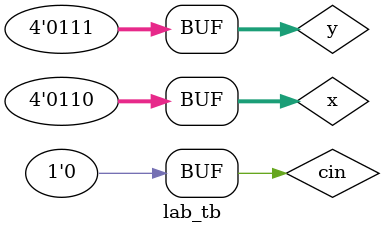
<source format=v>
module lab (x,y,cin,sum,cout);
input [3:0]x;
input [3:0]y;
input cin;
wire[7:0]s;
wire[7:0]c;
wire[2:0]coutf;
output cout;
output[3:0]sum;
// start os assign
//first row of FA
assign {c[0],s[0]}=x[0]+y[0]+0;
assign {c[1],s[1]}=x[1]+y[1]+0;
assign {c[2],s[2]}=x[2]+y[2]+0;
assign {c[3],s[3]}=x[3]+y[3]+0;
//second row of FA
assign {c[4],s[4]}=x[0]+y[0]+1;
assign {c[5],s[5]}=x[1]+y[1]+1;
assign {c[6],s[6]}=x[2]+y[2]+1;
assign {c[7],s[7]}=x[3]+y[3]+1;
// third row to get cout
assign coutf[0]= ~cin ? c[0]:c[4] ;
assign coutf[1]= ~coutf[0] ? c[1]:c[5] ;
assign coutf[2]= ~coutf[1] ? c[2]:c[6] ;
assign cout= ~coutf[2]? c[3]:c[7] ;
//forth row to get sum
assign sum[0]=cin ?s[4] : s[0] ;
assign sum[1]=coutf[0] ?s[5] : s[1] ;
assign sum[2]=coutf[1] ?s[6] : s[2] ;
assign sum[3]=coutf[2] ?s[7] : s[3] ;
endmodule

module lab_tb();

reg [3:0]x;
reg [3:0]y;
reg cin;
wire [3:0]sum;
wire cout;
lab obj(x,y,cin,sum,cout);
initial begin

x=4'b0110; y=4'b0011;cin=1'b0;#100;
x=4'b0011; y=4'b0001;cin=1'b1;#100;
x=4'b0110; y=4'b0111;cin=1'b0;#100;

end
endmodule

</source>
